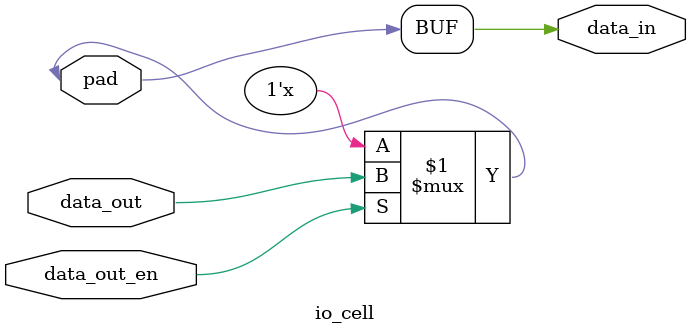
<source format=v>
module  io_cell (
    pad,                       
    data_in,                   
    data_out_en,               
    data_out                   
);
inout          pad;            
output         data_in;        
input          data_out_en;    
input          data_out;       
assign  data_in  =  pad;
assign  pad      =  data_out_en ? data_out : 1'bz;
endmodule
</source>
